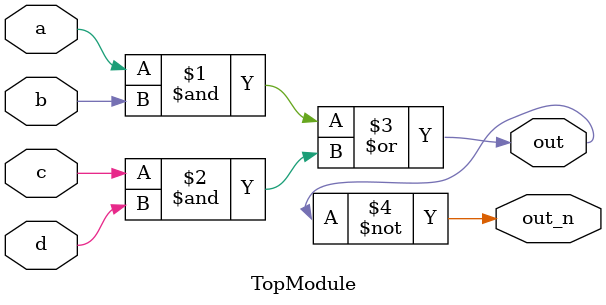
<source format=sv>

module TopModule (
  input a,
  input b,
  input c,
  input d,
  output out,
  output out_n
);
assign out = (a & b) | (c & d);
assign out_n = ~out;
endmodule

</source>
